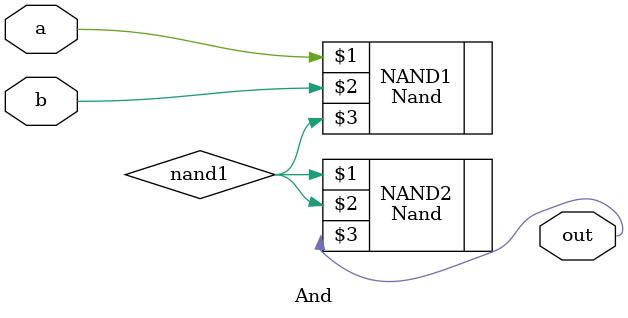
<source format=v>
/**
 * And gate: 
 * out = 1 if (a == 1 and b == 1)
 *       0 otherwise
 */

`default_nettype none
module And(
    input a,
    input b,
    output out
);

    // Put your code here:
    wire nand1;

    Nand NAND1(a, b, nand1);
    Nand NAND2(nand1, nand1, out);
endmodule

</source>
